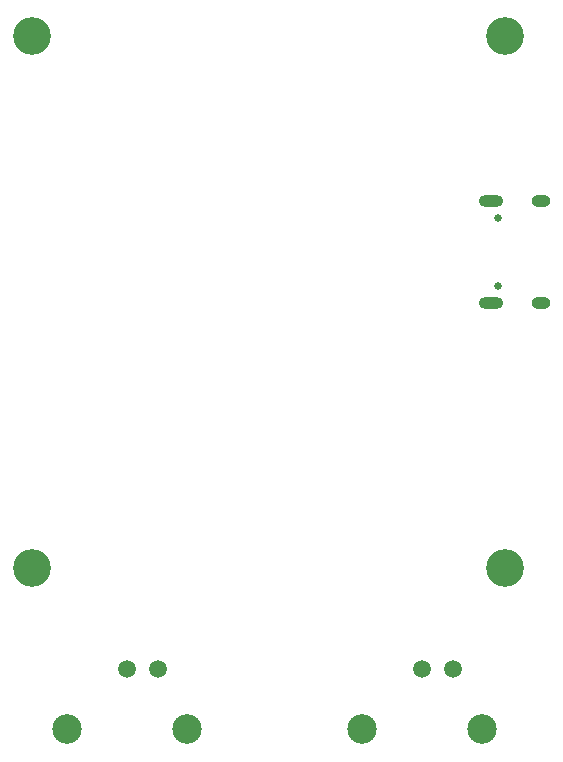
<source format=gbr>
%TF.GenerationSoftware,KiCad,Pcbnew,7.0.8*%
%TF.CreationDate,2023-11-11T20:00:54-08:00*%
%TF.ProjectId,Nemesis-MixSigPCB,4e656d65-7369-4732-9d4d-697853696750,rev?*%
%TF.SameCoordinates,Original*%
%TF.FileFunction,Soldermask,Bot*%
%TF.FilePolarity,Negative*%
%FSLAX46Y46*%
G04 Gerber Fmt 4.6, Leading zero omitted, Abs format (unit mm)*
G04 Created by KiCad (PCBNEW 7.0.8) date 2023-11-11 20:00:54*
%MOMM*%
%LPD*%
G01*
G04 APERTURE LIST*
%ADD10C,3.200000*%
%ADD11C,0.650000*%
%ADD12O,2.100000X1.000000*%
%ADD13O,1.600000X1.000000*%
%ADD14C,1.500000*%
%ADD15C,2.500000*%
G04 APERTURE END LIST*
D10*
%TO.C,H1*%
X70000000Y-105000000D03*
%TD*%
%TO.C,H4*%
X110000000Y-150000000D03*
%TD*%
D11*
%TO.C,J200*%
X109400000Y-126140000D03*
X109400000Y-120360000D03*
D12*
X108870000Y-127570000D03*
D13*
X113050000Y-127570000D03*
D12*
X108870000Y-118930000D03*
D13*
X113050000Y-118930000D03*
%TD*%
D10*
%TO.C,H3*%
X70000000Y-150000000D03*
%TD*%
D14*
%TO.C,J400*%
X103000000Y-158560000D03*
D15*
X108080000Y-163640000D03*
D14*
X105600000Y-158560000D03*
D15*
X97920000Y-163640000D03*
%TD*%
D14*
%TO.C,J300*%
X78000000Y-158560000D03*
D15*
X83080000Y-163640000D03*
D14*
X80600000Y-158560000D03*
D15*
X72920000Y-163640000D03*
%TD*%
D10*
%TO.C,H2*%
X110000000Y-105000000D03*
%TD*%
M02*

</source>
